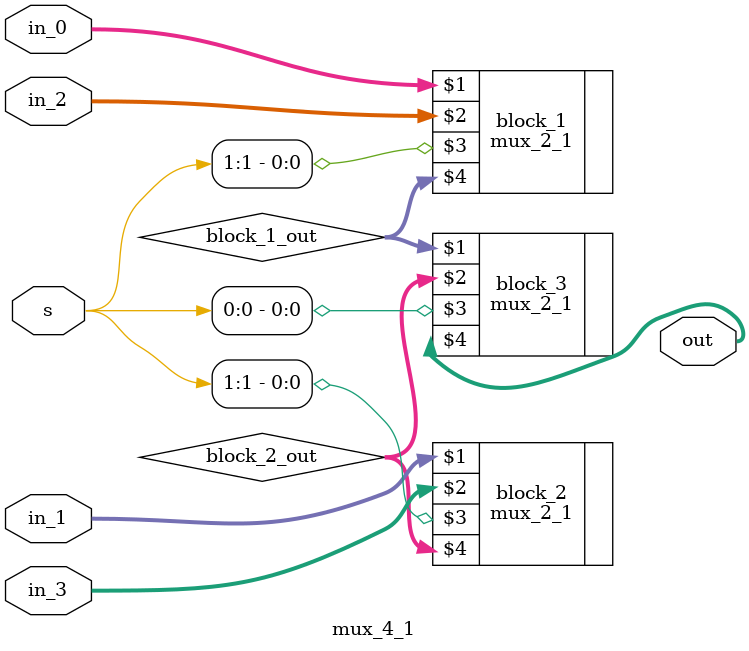
<source format=sv>

/* Design of 4-1 mux using binary module pattern */
module mux_4_1(in_0, in_1, in_2, in_3, s, out);

    parameter  N = 32;
    
    /* ----- Inputs  ----- */
    input wire [N-1:0] in_0, in_1, in_2, in_3;
    input wire [1:0] s;

    /* ----- Outputs  ----- */
    output logic [N-1:0] out;

    /* -----  Submodules -----  */ 
    logic [N-1:0] block_1_out ;
    mux_2_1 block_1(in_0, in_2, s[1], block_1_out);

    logic [N-1:0] block_2_out ;
    mux_2_1 block_2(in_1, in_3, s[1], block_2_out);

    logic [N-1:0] block_3_out ;
    mux_2_1 block_3(block_1_out, block_2_out, s[0], out);

endmodule
</source>
